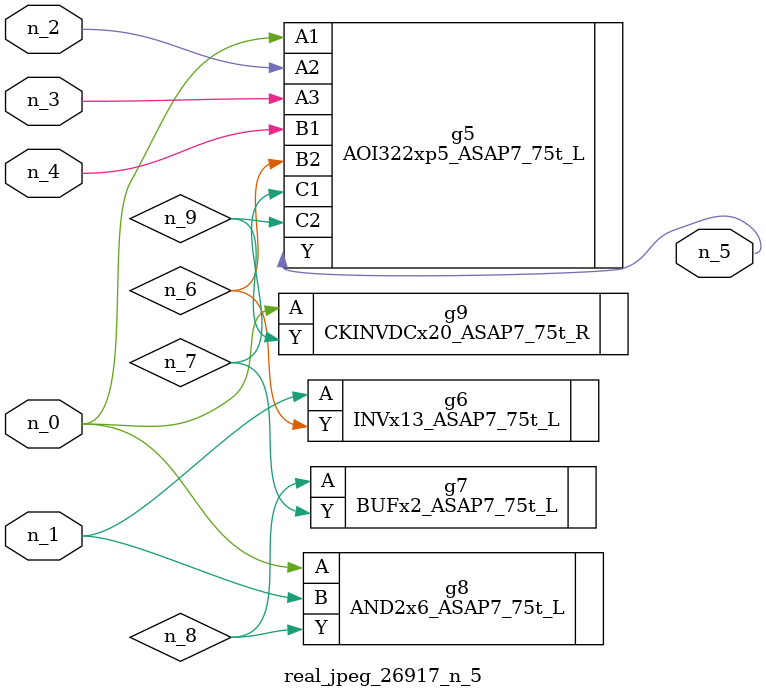
<source format=v>
module real_jpeg_26917_n_5 (n_4, n_0, n_1, n_2, n_3, n_5);

input n_4;
input n_0;
input n_1;
input n_2;
input n_3;

output n_5;

wire n_8;
wire n_6;
wire n_7;
wire n_9;

AOI322xp5_ASAP7_75t_L g5 ( 
.A1(n_0),
.A2(n_2),
.A3(n_3),
.B1(n_4),
.B2(n_6),
.C1(n_7),
.C2(n_9),
.Y(n_5)
);

AND2x6_ASAP7_75t_L g8 ( 
.A(n_0),
.B(n_1),
.Y(n_8)
);

CKINVDCx20_ASAP7_75t_R g9 ( 
.A(n_0),
.Y(n_9)
);

INVx13_ASAP7_75t_L g6 ( 
.A(n_1),
.Y(n_6)
);

BUFx2_ASAP7_75t_L g7 ( 
.A(n_8),
.Y(n_7)
);


endmodule
</source>
